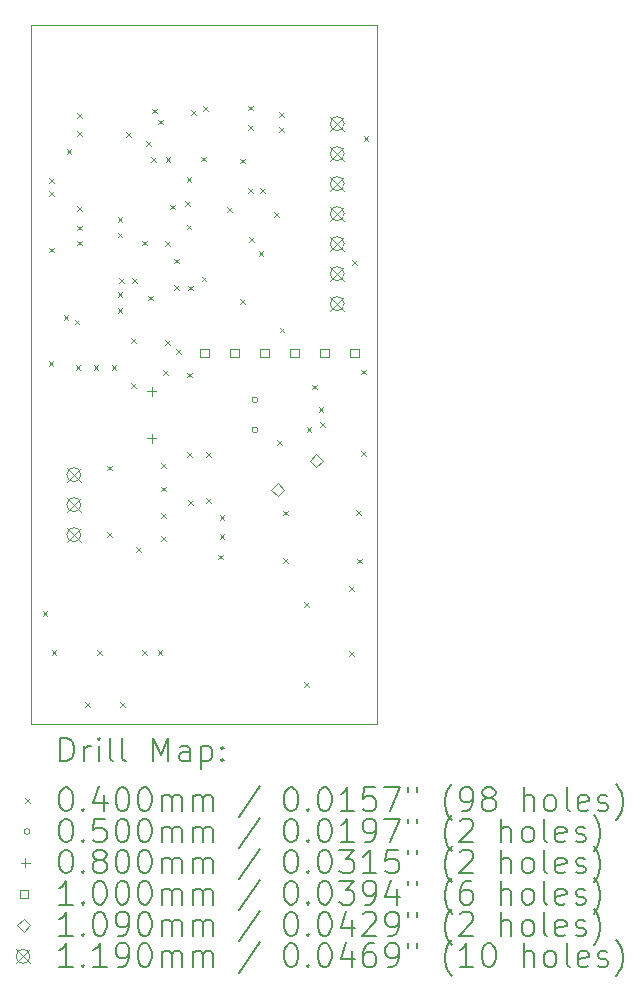
<source format=gbr>
%FSLAX45Y45*%
G04 Gerber Fmt 4.5, Leading zero omitted, Abs format (unit mm)*
G04 Created by KiCad (PCBNEW 6.0.0-d3dd2cf0fa~116~ubuntu18.04.1) date 2023-02-13 16:23:23*
%MOMM*%
%LPD*%
G01*
G04 APERTURE LIST*
%TA.AperFunction,Profile*%
%ADD10C,0.100000*%
%TD*%
%ADD11C,0.200000*%
%ADD12C,0.040000*%
%ADD13C,0.050000*%
%ADD14C,0.080000*%
%ADD15C,0.100000*%
%ADD16C,0.109000*%
%ADD17C,0.119000*%
G04 APERTURE END LIST*
D10*
X12816840Y-7563080D02*
X15753080Y-7563080D01*
X15753080Y-7563080D02*
X15753080Y-13486360D01*
X15753080Y-13486360D02*
X12816840Y-13486360D01*
X12816840Y-13486360D02*
X12816840Y-7563080D01*
D11*
D12*
X12918760Y-12527600D02*
X12958760Y-12567600D01*
X12958760Y-12527600D02*
X12918760Y-12567600D01*
X12969560Y-10413280D02*
X13009560Y-10453280D01*
X13009560Y-10413280D02*
X12969560Y-10453280D01*
X12974640Y-8865605D02*
X13014640Y-8905605D01*
X13014640Y-8865605D02*
X12974640Y-8905605D01*
X12975970Y-8970560D02*
X13015970Y-9010560D01*
X13015970Y-8970560D02*
X12975970Y-9010560D01*
X12975970Y-9451692D02*
X13015970Y-9491692D01*
X13015970Y-9451692D02*
X12975970Y-9491692D01*
X12994960Y-12857800D02*
X13034960Y-12897800D01*
X13034960Y-12857800D02*
X12994960Y-12897800D01*
X13096560Y-10022120D02*
X13136560Y-10062120D01*
X13136560Y-10022120D02*
X13096560Y-10062120D01*
X13121960Y-8614960D02*
X13161960Y-8654960D01*
X13161960Y-8614960D02*
X13121960Y-8654960D01*
X13189085Y-10061007D02*
X13229085Y-10101007D01*
X13229085Y-10061007D02*
X13189085Y-10101007D01*
X13198160Y-10443760D02*
X13238160Y-10483760D01*
X13238160Y-10443760D02*
X13198160Y-10483760D01*
X13210653Y-9264030D02*
X13250653Y-9304030D01*
X13250653Y-9264030D02*
X13210653Y-9304030D01*
X13213400Y-8310160D02*
X13253400Y-8350160D01*
X13253400Y-8310160D02*
X13213400Y-8350160D01*
X13213400Y-8463600D02*
X13253400Y-8503600D01*
X13253400Y-8463600D02*
X13213400Y-8503600D01*
X13213400Y-9102640D02*
X13253400Y-9142640D01*
X13253400Y-9102640D02*
X13213400Y-9142640D01*
X13213400Y-9393240D02*
X13253400Y-9433240D01*
X13253400Y-9393240D02*
X13213400Y-9433240D01*
X13278320Y-13302300D02*
X13318320Y-13342300D01*
X13318320Y-13302300D02*
X13278320Y-13342300D01*
X13350560Y-10443760D02*
X13390560Y-10483760D01*
X13390560Y-10443760D02*
X13350560Y-10483760D01*
X13381040Y-12857800D02*
X13421040Y-12897800D01*
X13421040Y-12857800D02*
X13381040Y-12897800D01*
X13467400Y-11297200D02*
X13507400Y-11337200D01*
X13507400Y-11297200D02*
X13467400Y-11337200D01*
X13467400Y-11861080D02*
X13507400Y-11901080D01*
X13507400Y-11861080D02*
X13467400Y-11901080D01*
X13502960Y-10443760D02*
X13542960Y-10483760D01*
X13542960Y-10443760D02*
X13502960Y-10483760D01*
X13553760Y-9194080D02*
X13593760Y-9234080D01*
X13593760Y-9194080D02*
X13553760Y-9234080D01*
X13553760Y-9323620D02*
X13593760Y-9363620D01*
X13593760Y-9323620D02*
X13553760Y-9363620D01*
X13553760Y-9829080D02*
X13593760Y-9869080D01*
X13593760Y-9829080D02*
X13553760Y-9869080D01*
X13553760Y-9966240D02*
X13593760Y-10006240D01*
X13593760Y-9966240D02*
X13553760Y-10006240D01*
X13569000Y-9707160D02*
X13609000Y-9747160D01*
X13609000Y-9707160D02*
X13569000Y-9747160D01*
X13578040Y-13297220D02*
X13618040Y-13337220D01*
X13618040Y-13297220D02*
X13578040Y-13337220D01*
X13624880Y-8473760D02*
X13664880Y-8513760D01*
X13664880Y-8473760D02*
X13624880Y-8513760D01*
X13670600Y-10220240D02*
X13710600Y-10260240D01*
X13710600Y-10220240D02*
X13670600Y-10260240D01*
X13670600Y-10600020D02*
X13710600Y-10640020D01*
X13710600Y-10600020D02*
X13670600Y-10640020D01*
X13675680Y-9708490D02*
X13715680Y-9748490D01*
X13715680Y-9708490D02*
X13675680Y-9748490D01*
X13711240Y-11989120D02*
X13751240Y-12029120D01*
X13751240Y-11989120D02*
X13711240Y-12029120D01*
X13762040Y-9392793D02*
X13802040Y-9432793D01*
X13802040Y-9392793D02*
X13762040Y-9432793D01*
X13762040Y-12857800D02*
X13802040Y-12897800D01*
X13802040Y-12857800D02*
X13762040Y-12897800D01*
X13792520Y-8549960D02*
X13832520Y-8589960D01*
X13832520Y-8549960D02*
X13792520Y-8589960D01*
X13811510Y-9857649D02*
X13851510Y-9897649D01*
X13851510Y-9857649D02*
X13811510Y-9897649D01*
X13838240Y-8687120D02*
X13878240Y-8727120D01*
X13878240Y-8687120D02*
X13838240Y-8727120D01*
X13843320Y-8275640D02*
X13883320Y-8315640D01*
X13883320Y-8275640D02*
X13843320Y-8315640D01*
X13891580Y-12857800D02*
X13931580Y-12897800D01*
X13931580Y-12857800D02*
X13891580Y-12897800D01*
X13899200Y-8367080D02*
X13939200Y-8407080D01*
X13939200Y-8367080D02*
X13899200Y-8407080D01*
X13919520Y-11276880D02*
X13959520Y-11316880D01*
X13959520Y-11276880D02*
X13919520Y-11316880D01*
X13919520Y-11475000D02*
X13959520Y-11515000D01*
X13959520Y-11475000D02*
X13919520Y-11515000D01*
X13919520Y-11698520D02*
X13959520Y-11738520D01*
X13959520Y-11698520D02*
X13919520Y-11738520D01*
X13919520Y-11891560D02*
X13959520Y-11931560D01*
X13959520Y-11891560D02*
X13919520Y-11931560D01*
X13939840Y-10489480D02*
X13979840Y-10529480D01*
X13979840Y-10489480D02*
X13939840Y-10529480D01*
X13955080Y-10235480D02*
X13995080Y-10275480D01*
X13995080Y-10235480D02*
X13955080Y-10275480D01*
X13958425Y-9394975D02*
X13998425Y-9434975D01*
X13998425Y-9394975D02*
X13958425Y-9434975D01*
X13960492Y-8686788D02*
X14000492Y-8726788D01*
X14000492Y-8686788D02*
X13960492Y-8726788D01*
X13995720Y-9088440D02*
X14035720Y-9128440D01*
X14035720Y-9088440D02*
X13995720Y-9128440D01*
X14031280Y-9545640D02*
X14071280Y-9585640D01*
X14071280Y-9545640D02*
X14031280Y-9585640D01*
X14031280Y-9769160D02*
X14071280Y-9809160D01*
X14071280Y-9769160D02*
X14031280Y-9809160D01*
X14046798Y-10312818D02*
X14086798Y-10352818D01*
X14086798Y-10312818D02*
X14046798Y-10352818D01*
X14127800Y-9056920D02*
X14167800Y-9096920D01*
X14167800Y-9056920D02*
X14127800Y-9096920D01*
X14137452Y-9257410D02*
X14177452Y-9297410D01*
X14177452Y-9257410D02*
X14137452Y-9297410D01*
X14137960Y-8853720D02*
X14177960Y-8893720D01*
X14177960Y-8853720D02*
X14137960Y-8893720D01*
X14143040Y-10509800D02*
X14183040Y-10549800D01*
X14183040Y-10509800D02*
X14143040Y-10549800D01*
X14143040Y-11180360D02*
X14183040Y-11220360D01*
X14183040Y-11180360D02*
X14143040Y-11220360D01*
X14148120Y-11591840D02*
X14188120Y-11631840D01*
X14188120Y-11591840D02*
X14148120Y-11631840D01*
X14153200Y-9774240D02*
X14193200Y-9814240D01*
X14193200Y-9774240D02*
X14153200Y-9814240D01*
X14173520Y-8285800D02*
X14213520Y-8325800D01*
X14213520Y-8285800D02*
X14173520Y-8325800D01*
X14259880Y-8680710D02*
X14299880Y-8720710D01*
X14299880Y-8680710D02*
X14259880Y-8720710D01*
X14264960Y-9698040D02*
X14304960Y-9738040D01*
X14304960Y-9698040D02*
X14264960Y-9738040D01*
X14275120Y-8255320D02*
X14315120Y-8295320D01*
X14315120Y-8255320D02*
X14275120Y-8295320D01*
X14300520Y-11180360D02*
X14340520Y-11220360D01*
X14340520Y-11180360D02*
X14300520Y-11220360D01*
X14305600Y-11571520D02*
X14345600Y-11611520D01*
X14345600Y-11571520D02*
X14305600Y-11611520D01*
X14404050Y-12050080D02*
X14444050Y-12090080D01*
X14444050Y-12050080D02*
X14404050Y-12090080D01*
X14417360Y-11718840D02*
X14457360Y-11758840D01*
X14457360Y-11718840D02*
X14417360Y-11758840D01*
X14417360Y-11876320D02*
X14457360Y-11916320D01*
X14457360Y-11876320D02*
X14417360Y-11916320D01*
X14483400Y-9108760D02*
X14523400Y-9148760D01*
X14523400Y-9108760D02*
X14483400Y-9148760D01*
X14590080Y-8697280D02*
X14630080Y-8737280D01*
X14630080Y-8697280D02*
X14590080Y-8737280D01*
X14590080Y-9886000D02*
X14630080Y-9926000D01*
X14630080Y-9886000D02*
X14590080Y-9926000D01*
X14656120Y-8250240D02*
X14696120Y-8290240D01*
X14696120Y-8250240D02*
X14656120Y-8290240D01*
X14656120Y-8946200D02*
X14696120Y-8986200D01*
X14696120Y-8946200D02*
X14656120Y-8986200D01*
X14661200Y-8412800D02*
X14701200Y-8452800D01*
X14701200Y-8412800D02*
X14661200Y-8452800D01*
X14666280Y-9362760D02*
X14706280Y-9402760D01*
X14706280Y-9362760D02*
X14666280Y-9402760D01*
X14747560Y-9479600D02*
X14787560Y-9519600D01*
X14787560Y-9479600D02*
X14747560Y-9519600D01*
X14757720Y-8946200D02*
X14797720Y-8986200D01*
X14797720Y-8946200D02*
X14757720Y-8986200D01*
X14879640Y-9149400D02*
X14919640Y-9189400D01*
X14919640Y-9149400D02*
X14879640Y-9189400D01*
X14905040Y-11078760D02*
X14945040Y-11118760D01*
X14945040Y-11078760D02*
X14905040Y-11118760D01*
X14920280Y-8306120D02*
X14960280Y-8346120D01*
X14960280Y-8306120D02*
X14920280Y-8346120D01*
X14920280Y-8433120D02*
X14960280Y-8473120D01*
X14960280Y-8433120D02*
X14920280Y-8473120D01*
X14925360Y-10129840D02*
X14965360Y-10169840D01*
X14965360Y-10129840D02*
X14925360Y-10169840D01*
X14955840Y-11679240D02*
X14995840Y-11719240D01*
X14995840Y-11679240D02*
X14955840Y-11719240D01*
X14955840Y-12080560D02*
X14995840Y-12120560D01*
X14995840Y-12080560D02*
X14955840Y-12120560D01*
X15133640Y-12451400D02*
X15173640Y-12491400D01*
X15173640Y-12451400D02*
X15133640Y-12491400D01*
X15133640Y-13132120D02*
X15173640Y-13172120D01*
X15173640Y-13132120D02*
X15133640Y-13172120D01*
X15153960Y-10972080D02*
X15193960Y-11012080D01*
X15193960Y-10972080D02*
X15153960Y-11012080D01*
X15199680Y-10611400D02*
X15239680Y-10651400D01*
X15239680Y-10611400D02*
X15199680Y-10651400D01*
X15255560Y-10804440D02*
X15295560Y-10844440D01*
X15295560Y-10804440D02*
X15255560Y-10844440D01*
X15265720Y-10931440D02*
X15305720Y-10971440D01*
X15305720Y-10931440D02*
X15265720Y-10971440D01*
X15514640Y-12319320D02*
X15554640Y-12359320D01*
X15554640Y-12319320D02*
X15514640Y-12359320D01*
X15514640Y-12867960D02*
X15554640Y-12907960D01*
X15554640Y-12867960D02*
X15514640Y-12907960D01*
X15540040Y-9559840D02*
X15580040Y-9599840D01*
X15580040Y-9559840D02*
X15540040Y-9599840D01*
X15575600Y-11674160D02*
X15615600Y-11714160D01*
X15615600Y-11674160D02*
X15575600Y-11714160D01*
X15580680Y-12085640D02*
X15620680Y-12125640D01*
X15620680Y-12085640D02*
X15580680Y-12125640D01*
X15616240Y-10484400D02*
X15656240Y-10524400D01*
X15656240Y-10484400D02*
X15616240Y-10524400D01*
X15616240Y-11175280D02*
X15656240Y-11215280D01*
X15656240Y-11175280D02*
X15616240Y-11215280D01*
X15636560Y-8509320D02*
X15676560Y-8549320D01*
X15676560Y-8509320D02*
X15636560Y-8549320D01*
D13*
X14741120Y-10740160D02*
G75*
G03*
X14741120Y-10740160I-25000J0D01*
G01*
X14741120Y-10994160D02*
G75*
G03*
X14741120Y-10994160I-25000J0D01*
G01*
D14*
X13841120Y-10627160D02*
X13841120Y-10707160D01*
X13801120Y-10667160D02*
X13881120Y-10667160D01*
X13841120Y-11027160D02*
X13841120Y-11107160D01*
X13801120Y-11067160D02*
X13881120Y-11067160D01*
D15*
X14325396Y-10377196D02*
X14325396Y-10306484D01*
X14254684Y-10306484D01*
X14254684Y-10377196D01*
X14325396Y-10377196D01*
X14579396Y-10377196D02*
X14579396Y-10306484D01*
X14508684Y-10306484D01*
X14508684Y-10377196D01*
X14579396Y-10377196D01*
X14833396Y-10377196D02*
X14833396Y-10306484D01*
X14762684Y-10306484D01*
X14762684Y-10377196D01*
X14833396Y-10377196D01*
X15087396Y-10377196D02*
X15087396Y-10306484D01*
X15016684Y-10306484D01*
X15016684Y-10377196D01*
X15087396Y-10377196D01*
X15341396Y-10377196D02*
X15341396Y-10306484D01*
X15270684Y-10306484D01*
X15270684Y-10377196D01*
X15341396Y-10377196D01*
X15595396Y-10377196D02*
X15595396Y-10306484D01*
X15524684Y-10306484D01*
X15524684Y-10377196D01*
X15595396Y-10377196D01*
D16*
X14909860Y-11555160D02*
X14964360Y-11500660D01*
X14909860Y-11446160D01*
X14855360Y-11500660D01*
X14909860Y-11555160D01*
X15234860Y-11310160D02*
X15289360Y-11255660D01*
X15234860Y-11201160D01*
X15180360Y-11255660D01*
X15234860Y-11310160D01*
D17*
X13123100Y-11313580D02*
X13242100Y-11432580D01*
X13242100Y-11313580D02*
X13123100Y-11432580D01*
X13242100Y-11373080D02*
G75*
G03*
X13242100Y-11373080I-59500J0D01*
G01*
X13123100Y-11567580D02*
X13242100Y-11686580D01*
X13242100Y-11567580D02*
X13123100Y-11686580D01*
X13242100Y-11627080D02*
G75*
G03*
X13242100Y-11627080I-59500J0D01*
G01*
X13123100Y-11821580D02*
X13242100Y-11940580D01*
X13242100Y-11821580D02*
X13123100Y-11940580D01*
X13242100Y-11881080D02*
G75*
G03*
X13242100Y-11881080I-59500J0D01*
G01*
X15353220Y-8341780D02*
X15472220Y-8460780D01*
X15472220Y-8341780D02*
X15353220Y-8460780D01*
X15472220Y-8401280D02*
G75*
G03*
X15472220Y-8401280I-59500J0D01*
G01*
X15353220Y-8595780D02*
X15472220Y-8714780D01*
X15472220Y-8595780D02*
X15353220Y-8714780D01*
X15472220Y-8655280D02*
G75*
G03*
X15472220Y-8655280I-59500J0D01*
G01*
X15353220Y-8849780D02*
X15472220Y-8968780D01*
X15472220Y-8849780D02*
X15353220Y-8968780D01*
X15472220Y-8909280D02*
G75*
G03*
X15472220Y-8909280I-59500J0D01*
G01*
X15353220Y-9103780D02*
X15472220Y-9222780D01*
X15472220Y-9103780D02*
X15353220Y-9222780D01*
X15472220Y-9163280D02*
G75*
G03*
X15472220Y-9163280I-59500J0D01*
G01*
X15353220Y-9357780D02*
X15472220Y-9476780D01*
X15472220Y-9357780D02*
X15353220Y-9476780D01*
X15472220Y-9417280D02*
G75*
G03*
X15472220Y-9417280I-59500J0D01*
G01*
X15353220Y-9611780D02*
X15472220Y-9730780D01*
X15472220Y-9611780D02*
X15353220Y-9730780D01*
X15472220Y-9671280D02*
G75*
G03*
X15472220Y-9671280I-59500J0D01*
G01*
X15353220Y-9865780D02*
X15472220Y-9984780D01*
X15472220Y-9865780D02*
X15353220Y-9984780D01*
X15472220Y-9925280D02*
G75*
G03*
X15472220Y-9925280I-59500J0D01*
G01*
D11*
X13069459Y-13801836D02*
X13069459Y-13601836D01*
X13117078Y-13601836D01*
X13145649Y-13611360D01*
X13164697Y-13630408D01*
X13174221Y-13649455D01*
X13183745Y-13687550D01*
X13183745Y-13716122D01*
X13174221Y-13754217D01*
X13164697Y-13773265D01*
X13145649Y-13792312D01*
X13117078Y-13801836D01*
X13069459Y-13801836D01*
X13269459Y-13801836D02*
X13269459Y-13668503D01*
X13269459Y-13706598D02*
X13278983Y-13687550D01*
X13288507Y-13678027D01*
X13307554Y-13668503D01*
X13326602Y-13668503D01*
X13393268Y-13801836D02*
X13393268Y-13668503D01*
X13393268Y-13601836D02*
X13383745Y-13611360D01*
X13393268Y-13620884D01*
X13402792Y-13611360D01*
X13393268Y-13601836D01*
X13393268Y-13620884D01*
X13517078Y-13801836D02*
X13498030Y-13792312D01*
X13488507Y-13773265D01*
X13488507Y-13601836D01*
X13621840Y-13801836D02*
X13602792Y-13792312D01*
X13593268Y-13773265D01*
X13593268Y-13601836D01*
X13850411Y-13801836D02*
X13850411Y-13601836D01*
X13917078Y-13744693D01*
X13983745Y-13601836D01*
X13983745Y-13801836D01*
X14164697Y-13801836D02*
X14164697Y-13697074D01*
X14155173Y-13678027D01*
X14136126Y-13668503D01*
X14098030Y-13668503D01*
X14078983Y-13678027D01*
X14164697Y-13792312D02*
X14145649Y-13801836D01*
X14098030Y-13801836D01*
X14078983Y-13792312D01*
X14069459Y-13773265D01*
X14069459Y-13754217D01*
X14078983Y-13735169D01*
X14098030Y-13725646D01*
X14145649Y-13725646D01*
X14164697Y-13716122D01*
X14259935Y-13668503D02*
X14259935Y-13868503D01*
X14259935Y-13678027D02*
X14278983Y-13668503D01*
X14317078Y-13668503D01*
X14336126Y-13678027D01*
X14345649Y-13687550D01*
X14355173Y-13706598D01*
X14355173Y-13763741D01*
X14345649Y-13782788D01*
X14336126Y-13792312D01*
X14317078Y-13801836D01*
X14278983Y-13801836D01*
X14259935Y-13792312D01*
X14440888Y-13782788D02*
X14450411Y-13792312D01*
X14440888Y-13801836D01*
X14431364Y-13792312D01*
X14440888Y-13782788D01*
X14440888Y-13801836D01*
X14440888Y-13678027D02*
X14450411Y-13687550D01*
X14440888Y-13697074D01*
X14431364Y-13687550D01*
X14440888Y-13678027D01*
X14440888Y-13697074D01*
D12*
X12771840Y-14111360D02*
X12811840Y-14151360D01*
X12811840Y-14111360D02*
X12771840Y-14151360D01*
D11*
X13107554Y-14021836D02*
X13126602Y-14021836D01*
X13145649Y-14031360D01*
X13155173Y-14040884D01*
X13164697Y-14059931D01*
X13174221Y-14098027D01*
X13174221Y-14145646D01*
X13164697Y-14183741D01*
X13155173Y-14202788D01*
X13145649Y-14212312D01*
X13126602Y-14221836D01*
X13107554Y-14221836D01*
X13088507Y-14212312D01*
X13078983Y-14202788D01*
X13069459Y-14183741D01*
X13059935Y-14145646D01*
X13059935Y-14098027D01*
X13069459Y-14059931D01*
X13078983Y-14040884D01*
X13088507Y-14031360D01*
X13107554Y-14021836D01*
X13259935Y-14202788D02*
X13269459Y-14212312D01*
X13259935Y-14221836D01*
X13250411Y-14212312D01*
X13259935Y-14202788D01*
X13259935Y-14221836D01*
X13440888Y-14088503D02*
X13440888Y-14221836D01*
X13393268Y-14012312D02*
X13345649Y-14155169D01*
X13469459Y-14155169D01*
X13583745Y-14021836D02*
X13602792Y-14021836D01*
X13621840Y-14031360D01*
X13631364Y-14040884D01*
X13640888Y-14059931D01*
X13650411Y-14098027D01*
X13650411Y-14145646D01*
X13640888Y-14183741D01*
X13631364Y-14202788D01*
X13621840Y-14212312D01*
X13602792Y-14221836D01*
X13583745Y-14221836D01*
X13564697Y-14212312D01*
X13555173Y-14202788D01*
X13545649Y-14183741D01*
X13536126Y-14145646D01*
X13536126Y-14098027D01*
X13545649Y-14059931D01*
X13555173Y-14040884D01*
X13564697Y-14031360D01*
X13583745Y-14021836D01*
X13774221Y-14021836D02*
X13793268Y-14021836D01*
X13812316Y-14031360D01*
X13821840Y-14040884D01*
X13831364Y-14059931D01*
X13840888Y-14098027D01*
X13840888Y-14145646D01*
X13831364Y-14183741D01*
X13821840Y-14202788D01*
X13812316Y-14212312D01*
X13793268Y-14221836D01*
X13774221Y-14221836D01*
X13755173Y-14212312D01*
X13745649Y-14202788D01*
X13736126Y-14183741D01*
X13726602Y-14145646D01*
X13726602Y-14098027D01*
X13736126Y-14059931D01*
X13745649Y-14040884D01*
X13755173Y-14031360D01*
X13774221Y-14021836D01*
X13926602Y-14221836D02*
X13926602Y-14088503D01*
X13926602Y-14107550D02*
X13936126Y-14098027D01*
X13955173Y-14088503D01*
X13983745Y-14088503D01*
X14002792Y-14098027D01*
X14012316Y-14117074D01*
X14012316Y-14221836D01*
X14012316Y-14117074D02*
X14021840Y-14098027D01*
X14040888Y-14088503D01*
X14069459Y-14088503D01*
X14088507Y-14098027D01*
X14098030Y-14117074D01*
X14098030Y-14221836D01*
X14193268Y-14221836D02*
X14193268Y-14088503D01*
X14193268Y-14107550D02*
X14202792Y-14098027D01*
X14221840Y-14088503D01*
X14250411Y-14088503D01*
X14269459Y-14098027D01*
X14278983Y-14117074D01*
X14278983Y-14221836D01*
X14278983Y-14117074D02*
X14288507Y-14098027D01*
X14307554Y-14088503D01*
X14336126Y-14088503D01*
X14355173Y-14098027D01*
X14364697Y-14117074D01*
X14364697Y-14221836D01*
X14755173Y-14012312D02*
X14583745Y-14269455D01*
X15012316Y-14021836D02*
X15031364Y-14021836D01*
X15050411Y-14031360D01*
X15059935Y-14040884D01*
X15069459Y-14059931D01*
X15078983Y-14098027D01*
X15078983Y-14145646D01*
X15069459Y-14183741D01*
X15059935Y-14202788D01*
X15050411Y-14212312D01*
X15031364Y-14221836D01*
X15012316Y-14221836D01*
X14993268Y-14212312D01*
X14983745Y-14202788D01*
X14974221Y-14183741D01*
X14964697Y-14145646D01*
X14964697Y-14098027D01*
X14974221Y-14059931D01*
X14983745Y-14040884D01*
X14993268Y-14031360D01*
X15012316Y-14021836D01*
X15164697Y-14202788D02*
X15174221Y-14212312D01*
X15164697Y-14221836D01*
X15155173Y-14212312D01*
X15164697Y-14202788D01*
X15164697Y-14221836D01*
X15298030Y-14021836D02*
X15317078Y-14021836D01*
X15336126Y-14031360D01*
X15345649Y-14040884D01*
X15355173Y-14059931D01*
X15364697Y-14098027D01*
X15364697Y-14145646D01*
X15355173Y-14183741D01*
X15345649Y-14202788D01*
X15336126Y-14212312D01*
X15317078Y-14221836D01*
X15298030Y-14221836D01*
X15278983Y-14212312D01*
X15269459Y-14202788D01*
X15259935Y-14183741D01*
X15250411Y-14145646D01*
X15250411Y-14098027D01*
X15259935Y-14059931D01*
X15269459Y-14040884D01*
X15278983Y-14031360D01*
X15298030Y-14021836D01*
X15555173Y-14221836D02*
X15440888Y-14221836D01*
X15498030Y-14221836D02*
X15498030Y-14021836D01*
X15478983Y-14050408D01*
X15459935Y-14069455D01*
X15440888Y-14078979D01*
X15736126Y-14021836D02*
X15640888Y-14021836D01*
X15631364Y-14117074D01*
X15640888Y-14107550D01*
X15659935Y-14098027D01*
X15707554Y-14098027D01*
X15726602Y-14107550D01*
X15736126Y-14117074D01*
X15745649Y-14136122D01*
X15745649Y-14183741D01*
X15736126Y-14202788D01*
X15726602Y-14212312D01*
X15707554Y-14221836D01*
X15659935Y-14221836D01*
X15640888Y-14212312D01*
X15631364Y-14202788D01*
X15812316Y-14021836D02*
X15945649Y-14021836D01*
X15859935Y-14221836D01*
X16012316Y-14021836D02*
X16012316Y-14059931D01*
X16088507Y-14021836D02*
X16088507Y-14059931D01*
X16383745Y-14298027D02*
X16374221Y-14288503D01*
X16355173Y-14259931D01*
X16345649Y-14240884D01*
X16336126Y-14212312D01*
X16326602Y-14164693D01*
X16326602Y-14126598D01*
X16336126Y-14078979D01*
X16345649Y-14050408D01*
X16355173Y-14031360D01*
X16374221Y-14002788D01*
X16383745Y-13993265D01*
X16469459Y-14221836D02*
X16507554Y-14221836D01*
X16526602Y-14212312D01*
X16536126Y-14202788D01*
X16555173Y-14174217D01*
X16564697Y-14136122D01*
X16564697Y-14059931D01*
X16555173Y-14040884D01*
X16545649Y-14031360D01*
X16526602Y-14021836D01*
X16488507Y-14021836D01*
X16469459Y-14031360D01*
X16459935Y-14040884D01*
X16450411Y-14059931D01*
X16450411Y-14107550D01*
X16459935Y-14126598D01*
X16469459Y-14136122D01*
X16488507Y-14145646D01*
X16526602Y-14145646D01*
X16545649Y-14136122D01*
X16555173Y-14126598D01*
X16564697Y-14107550D01*
X16678983Y-14107550D02*
X16659935Y-14098027D01*
X16650411Y-14088503D01*
X16640888Y-14069455D01*
X16640888Y-14059931D01*
X16650411Y-14040884D01*
X16659935Y-14031360D01*
X16678983Y-14021836D01*
X16717078Y-14021836D01*
X16736126Y-14031360D01*
X16745649Y-14040884D01*
X16755173Y-14059931D01*
X16755173Y-14069455D01*
X16745649Y-14088503D01*
X16736126Y-14098027D01*
X16717078Y-14107550D01*
X16678983Y-14107550D01*
X16659935Y-14117074D01*
X16650411Y-14126598D01*
X16640888Y-14145646D01*
X16640888Y-14183741D01*
X16650411Y-14202788D01*
X16659935Y-14212312D01*
X16678983Y-14221836D01*
X16717078Y-14221836D01*
X16736126Y-14212312D01*
X16745649Y-14202788D01*
X16755173Y-14183741D01*
X16755173Y-14145646D01*
X16745649Y-14126598D01*
X16736126Y-14117074D01*
X16717078Y-14107550D01*
X16993269Y-14221836D02*
X16993269Y-14021836D01*
X17078983Y-14221836D02*
X17078983Y-14117074D01*
X17069459Y-14098027D01*
X17050411Y-14088503D01*
X17021840Y-14088503D01*
X17002792Y-14098027D01*
X16993269Y-14107550D01*
X17202792Y-14221836D02*
X17183745Y-14212312D01*
X17174221Y-14202788D01*
X17164697Y-14183741D01*
X17164697Y-14126598D01*
X17174221Y-14107550D01*
X17183745Y-14098027D01*
X17202792Y-14088503D01*
X17231364Y-14088503D01*
X17250411Y-14098027D01*
X17259935Y-14107550D01*
X17269459Y-14126598D01*
X17269459Y-14183741D01*
X17259935Y-14202788D01*
X17250411Y-14212312D01*
X17231364Y-14221836D01*
X17202792Y-14221836D01*
X17383745Y-14221836D02*
X17364697Y-14212312D01*
X17355173Y-14193265D01*
X17355173Y-14021836D01*
X17536126Y-14212312D02*
X17517078Y-14221836D01*
X17478983Y-14221836D01*
X17459935Y-14212312D01*
X17450411Y-14193265D01*
X17450411Y-14117074D01*
X17459935Y-14098027D01*
X17478983Y-14088503D01*
X17517078Y-14088503D01*
X17536126Y-14098027D01*
X17545650Y-14117074D01*
X17545650Y-14136122D01*
X17450411Y-14155169D01*
X17621840Y-14212312D02*
X17640888Y-14221836D01*
X17678983Y-14221836D01*
X17698030Y-14212312D01*
X17707554Y-14193265D01*
X17707554Y-14183741D01*
X17698030Y-14164693D01*
X17678983Y-14155169D01*
X17650411Y-14155169D01*
X17631364Y-14145646D01*
X17621840Y-14126598D01*
X17621840Y-14117074D01*
X17631364Y-14098027D01*
X17650411Y-14088503D01*
X17678983Y-14088503D01*
X17698030Y-14098027D01*
X17774221Y-14298027D02*
X17783745Y-14288503D01*
X17802792Y-14259931D01*
X17812316Y-14240884D01*
X17821840Y-14212312D01*
X17831364Y-14164693D01*
X17831364Y-14126598D01*
X17821840Y-14078979D01*
X17812316Y-14050408D01*
X17802792Y-14031360D01*
X17783745Y-14002788D01*
X17774221Y-13993265D01*
D13*
X12811840Y-14395360D02*
G75*
G03*
X12811840Y-14395360I-25000J0D01*
G01*
D11*
X13107554Y-14285836D02*
X13126602Y-14285836D01*
X13145649Y-14295360D01*
X13155173Y-14304884D01*
X13164697Y-14323931D01*
X13174221Y-14362027D01*
X13174221Y-14409646D01*
X13164697Y-14447741D01*
X13155173Y-14466788D01*
X13145649Y-14476312D01*
X13126602Y-14485836D01*
X13107554Y-14485836D01*
X13088507Y-14476312D01*
X13078983Y-14466788D01*
X13069459Y-14447741D01*
X13059935Y-14409646D01*
X13059935Y-14362027D01*
X13069459Y-14323931D01*
X13078983Y-14304884D01*
X13088507Y-14295360D01*
X13107554Y-14285836D01*
X13259935Y-14466788D02*
X13269459Y-14476312D01*
X13259935Y-14485836D01*
X13250411Y-14476312D01*
X13259935Y-14466788D01*
X13259935Y-14485836D01*
X13450411Y-14285836D02*
X13355173Y-14285836D01*
X13345649Y-14381074D01*
X13355173Y-14371550D01*
X13374221Y-14362027D01*
X13421840Y-14362027D01*
X13440888Y-14371550D01*
X13450411Y-14381074D01*
X13459935Y-14400122D01*
X13459935Y-14447741D01*
X13450411Y-14466788D01*
X13440888Y-14476312D01*
X13421840Y-14485836D01*
X13374221Y-14485836D01*
X13355173Y-14476312D01*
X13345649Y-14466788D01*
X13583745Y-14285836D02*
X13602792Y-14285836D01*
X13621840Y-14295360D01*
X13631364Y-14304884D01*
X13640888Y-14323931D01*
X13650411Y-14362027D01*
X13650411Y-14409646D01*
X13640888Y-14447741D01*
X13631364Y-14466788D01*
X13621840Y-14476312D01*
X13602792Y-14485836D01*
X13583745Y-14485836D01*
X13564697Y-14476312D01*
X13555173Y-14466788D01*
X13545649Y-14447741D01*
X13536126Y-14409646D01*
X13536126Y-14362027D01*
X13545649Y-14323931D01*
X13555173Y-14304884D01*
X13564697Y-14295360D01*
X13583745Y-14285836D01*
X13774221Y-14285836D02*
X13793268Y-14285836D01*
X13812316Y-14295360D01*
X13821840Y-14304884D01*
X13831364Y-14323931D01*
X13840888Y-14362027D01*
X13840888Y-14409646D01*
X13831364Y-14447741D01*
X13821840Y-14466788D01*
X13812316Y-14476312D01*
X13793268Y-14485836D01*
X13774221Y-14485836D01*
X13755173Y-14476312D01*
X13745649Y-14466788D01*
X13736126Y-14447741D01*
X13726602Y-14409646D01*
X13726602Y-14362027D01*
X13736126Y-14323931D01*
X13745649Y-14304884D01*
X13755173Y-14295360D01*
X13774221Y-14285836D01*
X13926602Y-14485836D02*
X13926602Y-14352503D01*
X13926602Y-14371550D02*
X13936126Y-14362027D01*
X13955173Y-14352503D01*
X13983745Y-14352503D01*
X14002792Y-14362027D01*
X14012316Y-14381074D01*
X14012316Y-14485836D01*
X14012316Y-14381074D02*
X14021840Y-14362027D01*
X14040888Y-14352503D01*
X14069459Y-14352503D01*
X14088507Y-14362027D01*
X14098030Y-14381074D01*
X14098030Y-14485836D01*
X14193268Y-14485836D02*
X14193268Y-14352503D01*
X14193268Y-14371550D02*
X14202792Y-14362027D01*
X14221840Y-14352503D01*
X14250411Y-14352503D01*
X14269459Y-14362027D01*
X14278983Y-14381074D01*
X14278983Y-14485836D01*
X14278983Y-14381074D02*
X14288507Y-14362027D01*
X14307554Y-14352503D01*
X14336126Y-14352503D01*
X14355173Y-14362027D01*
X14364697Y-14381074D01*
X14364697Y-14485836D01*
X14755173Y-14276312D02*
X14583745Y-14533455D01*
X15012316Y-14285836D02*
X15031364Y-14285836D01*
X15050411Y-14295360D01*
X15059935Y-14304884D01*
X15069459Y-14323931D01*
X15078983Y-14362027D01*
X15078983Y-14409646D01*
X15069459Y-14447741D01*
X15059935Y-14466788D01*
X15050411Y-14476312D01*
X15031364Y-14485836D01*
X15012316Y-14485836D01*
X14993268Y-14476312D01*
X14983745Y-14466788D01*
X14974221Y-14447741D01*
X14964697Y-14409646D01*
X14964697Y-14362027D01*
X14974221Y-14323931D01*
X14983745Y-14304884D01*
X14993268Y-14295360D01*
X15012316Y-14285836D01*
X15164697Y-14466788D02*
X15174221Y-14476312D01*
X15164697Y-14485836D01*
X15155173Y-14476312D01*
X15164697Y-14466788D01*
X15164697Y-14485836D01*
X15298030Y-14285836D02*
X15317078Y-14285836D01*
X15336126Y-14295360D01*
X15345649Y-14304884D01*
X15355173Y-14323931D01*
X15364697Y-14362027D01*
X15364697Y-14409646D01*
X15355173Y-14447741D01*
X15345649Y-14466788D01*
X15336126Y-14476312D01*
X15317078Y-14485836D01*
X15298030Y-14485836D01*
X15278983Y-14476312D01*
X15269459Y-14466788D01*
X15259935Y-14447741D01*
X15250411Y-14409646D01*
X15250411Y-14362027D01*
X15259935Y-14323931D01*
X15269459Y-14304884D01*
X15278983Y-14295360D01*
X15298030Y-14285836D01*
X15555173Y-14485836D02*
X15440888Y-14485836D01*
X15498030Y-14485836D02*
X15498030Y-14285836D01*
X15478983Y-14314408D01*
X15459935Y-14333455D01*
X15440888Y-14342979D01*
X15650411Y-14485836D02*
X15688507Y-14485836D01*
X15707554Y-14476312D01*
X15717078Y-14466788D01*
X15736126Y-14438217D01*
X15745649Y-14400122D01*
X15745649Y-14323931D01*
X15736126Y-14304884D01*
X15726602Y-14295360D01*
X15707554Y-14285836D01*
X15669459Y-14285836D01*
X15650411Y-14295360D01*
X15640888Y-14304884D01*
X15631364Y-14323931D01*
X15631364Y-14371550D01*
X15640888Y-14390598D01*
X15650411Y-14400122D01*
X15669459Y-14409646D01*
X15707554Y-14409646D01*
X15726602Y-14400122D01*
X15736126Y-14390598D01*
X15745649Y-14371550D01*
X15812316Y-14285836D02*
X15945649Y-14285836D01*
X15859935Y-14485836D01*
X16012316Y-14285836D02*
X16012316Y-14323931D01*
X16088507Y-14285836D02*
X16088507Y-14323931D01*
X16383745Y-14562027D02*
X16374221Y-14552503D01*
X16355173Y-14523931D01*
X16345649Y-14504884D01*
X16336126Y-14476312D01*
X16326602Y-14428693D01*
X16326602Y-14390598D01*
X16336126Y-14342979D01*
X16345649Y-14314408D01*
X16355173Y-14295360D01*
X16374221Y-14266788D01*
X16383745Y-14257265D01*
X16450411Y-14304884D02*
X16459935Y-14295360D01*
X16478983Y-14285836D01*
X16526602Y-14285836D01*
X16545649Y-14295360D01*
X16555173Y-14304884D01*
X16564697Y-14323931D01*
X16564697Y-14342979D01*
X16555173Y-14371550D01*
X16440888Y-14485836D01*
X16564697Y-14485836D01*
X16802792Y-14485836D02*
X16802792Y-14285836D01*
X16888507Y-14485836D02*
X16888507Y-14381074D01*
X16878983Y-14362027D01*
X16859935Y-14352503D01*
X16831364Y-14352503D01*
X16812316Y-14362027D01*
X16802792Y-14371550D01*
X17012316Y-14485836D02*
X16993269Y-14476312D01*
X16983745Y-14466788D01*
X16974221Y-14447741D01*
X16974221Y-14390598D01*
X16983745Y-14371550D01*
X16993269Y-14362027D01*
X17012316Y-14352503D01*
X17040888Y-14352503D01*
X17059935Y-14362027D01*
X17069459Y-14371550D01*
X17078983Y-14390598D01*
X17078983Y-14447741D01*
X17069459Y-14466788D01*
X17059935Y-14476312D01*
X17040888Y-14485836D01*
X17012316Y-14485836D01*
X17193269Y-14485836D02*
X17174221Y-14476312D01*
X17164697Y-14457265D01*
X17164697Y-14285836D01*
X17345650Y-14476312D02*
X17326602Y-14485836D01*
X17288507Y-14485836D01*
X17269459Y-14476312D01*
X17259935Y-14457265D01*
X17259935Y-14381074D01*
X17269459Y-14362027D01*
X17288507Y-14352503D01*
X17326602Y-14352503D01*
X17345650Y-14362027D01*
X17355173Y-14381074D01*
X17355173Y-14400122D01*
X17259935Y-14419169D01*
X17431364Y-14476312D02*
X17450411Y-14485836D01*
X17488507Y-14485836D01*
X17507554Y-14476312D01*
X17517078Y-14457265D01*
X17517078Y-14447741D01*
X17507554Y-14428693D01*
X17488507Y-14419169D01*
X17459935Y-14419169D01*
X17440888Y-14409646D01*
X17431364Y-14390598D01*
X17431364Y-14381074D01*
X17440888Y-14362027D01*
X17459935Y-14352503D01*
X17488507Y-14352503D01*
X17507554Y-14362027D01*
X17583745Y-14562027D02*
X17593269Y-14552503D01*
X17612316Y-14523931D01*
X17621840Y-14504884D01*
X17631364Y-14476312D01*
X17640888Y-14428693D01*
X17640888Y-14390598D01*
X17631364Y-14342979D01*
X17621840Y-14314408D01*
X17612316Y-14295360D01*
X17593269Y-14266788D01*
X17583745Y-14257265D01*
D14*
X12771840Y-14619360D02*
X12771840Y-14699360D01*
X12731840Y-14659360D02*
X12811840Y-14659360D01*
D11*
X13107554Y-14549836D02*
X13126602Y-14549836D01*
X13145649Y-14559360D01*
X13155173Y-14568884D01*
X13164697Y-14587931D01*
X13174221Y-14626027D01*
X13174221Y-14673646D01*
X13164697Y-14711741D01*
X13155173Y-14730788D01*
X13145649Y-14740312D01*
X13126602Y-14749836D01*
X13107554Y-14749836D01*
X13088507Y-14740312D01*
X13078983Y-14730788D01*
X13069459Y-14711741D01*
X13059935Y-14673646D01*
X13059935Y-14626027D01*
X13069459Y-14587931D01*
X13078983Y-14568884D01*
X13088507Y-14559360D01*
X13107554Y-14549836D01*
X13259935Y-14730788D02*
X13269459Y-14740312D01*
X13259935Y-14749836D01*
X13250411Y-14740312D01*
X13259935Y-14730788D01*
X13259935Y-14749836D01*
X13383745Y-14635550D02*
X13364697Y-14626027D01*
X13355173Y-14616503D01*
X13345649Y-14597455D01*
X13345649Y-14587931D01*
X13355173Y-14568884D01*
X13364697Y-14559360D01*
X13383745Y-14549836D01*
X13421840Y-14549836D01*
X13440888Y-14559360D01*
X13450411Y-14568884D01*
X13459935Y-14587931D01*
X13459935Y-14597455D01*
X13450411Y-14616503D01*
X13440888Y-14626027D01*
X13421840Y-14635550D01*
X13383745Y-14635550D01*
X13364697Y-14645074D01*
X13355173Y-14654598D01*
X13345649Y-14673646D01*
X13345649Y-14711741D01*
X13355173Y-14730788D01*
X13364697Y-14740312D01*
X13383745Y-14749836D01*
X13421840Y-14749836D01*
X13440888Y-14740312D01*
X13450411Y-14730788D01*
X13459935Y-14711741D01*
X13459935Y-14673646D01*
X13450411Y-14654598D01*
X13440888Y-14645074D01*
X13421840Y-14635550D01*
X13583745Y-14549836D02*
X13602792Y-14549836D01*
X13621840Y-14559360D01*
X13631364Y-14568884D01*
X13640888Y-14587931D01*
X13650411Y-14626027D01*
X13650411Y-14673646D01*
X13640888Y-14711741D01*
X13631364Y-14730788D01*
X13621840Y-14740312D01*
X13602792Y-14749836D01*
X13583745Y-14749836D01*
X13564697Y-14740312D01*
X13555173Y-14730788D01*
X13545649Y-14711741D01*
X13536126Y-14673646D01*
X13536126Y-14626027D01*
X13545649Y-14587931D01*
X13555173Y-14568884D01*
X13564697Y-14559360D01*
X13583745Y-14549836D01*
X13774221Y-14549836D02*
X13793268Y-14549836D01*
X13812316Y-14559360D01*
X13821840Y-14568884D01*
X13831364Y-14587931D01*
X13840888Y-14626027D01*
X13840888Y-14673646D01*
X13831364Y-14711741D01*
X13821840Y-14730788D01*
X13812316Y-14740312D01*
X13793268Y-14749836D01*
X13774221Y-14749836D01*
X13755173Y-14740312D01*
X13745649Y-14730788D01*
X13736126Y-14711741D01*
X13726602Y-14673646D01*
X13726602Y-14626027D01*
X13736126Y-14587931D01*
X13745649Y-14568884D01*
X13755173Y-14559360D01*
X13774221Y-14549836D01*
X13926602Y-14749836D02*
X13926602Y-14616503D01*
X13926602Y-14635550D02*
X13936126Y-14626027D01*
X13955173Y-14616503D01*
X13983745Y-14616503D01*
X14002792Y-14626027D01*
X14012316Y-14645074D01*
X14012316Y-14749836D01*
X14012316Y-14645074D02*
X14021840Y-14626027D01*
X14040888Y-14616503D01*
X14069459Y-14616503D01*
X14088507Y-14626027D01*
X14098030Y-14645074D01*
X14098030Y-14749836D01*
X14193268Y-14749836D02*
X14193268Y-14616503D01*
X14193268Y-14635550D02*
X14202792Y-14626027D01*
X14221840Y-14616503D01*
X14250411Y-14616503D01*
X14269459Y-14626027D01*
X14278983Y-14645074D01*
X14278983Y-14749836D01*
X14278983Y-14645074D02*
X14288507Y-14626027D01*
X14307554Y-14616503D01*
X14336126Y-14616503D01*
X14355173Y-14626027D01*
X14364697Y-14645074D01*
X14364697Y-14749836D01*
X14755173Y-14540312D02*
X14583745Y-14797455D01*
X15012316Y-14549836D02*
X15031364Y-14549836D01*
X15050411Y-14559360D01*
X15059935Y-14568884D01*
X15069459Y-14587931D01*
X15078983Y-14626027D01*
X15078983Y-14673646D01*
X15069459Y-14711741D01*
X15059935Y-14730788D01*
X15050411Y-14740312D01*
X15031364Y-14749836D01*
X15012316Y-14749836D01*
X14993268Y-14740312D01*
X14983745Y-14730788D01*
X14974221Y-14711741D01*
X14964697Y-14673646D01*
X14964697Y-14626027D01*
X14974221Y-14587931D01*
X14983745Y-14568884D01*
X14993268Y-14559360D01*
X15012316Y-14549836D01*
X15164697Y-14730788D02*
X15174221Y-14740312D01*
X15164697Y-14749836D01*
X15155173Y-14740312D01*
X15164697Y-14730788D01*
X15164697Y-14749836D01*
X15298030Y-14549836D02*
X15317078Y-14549836D01*
X15336126Y-14559360D01*
X15345649Y-14568884D01*
X15355173Y-14587931D01*
X15364697Y-14626027D01*
X15364697Y-14673646D01*
X15355173Y-14711741D01*
X15345649Y-14730788D01*
X15336126Y-14740312D01*
X15317078Y-14749836D01*
X15298030Y-14749836D01*
X15278983Y-14740312D01*
X15269459Y-14730788D01*
X15259935Y-14711741D01*
X15250411Y-14673646D01*
X15250411Y-14626027D01*
X15259935Y-14587931D01*
X15269459Y-14568884D01*
X15278983Y-14559360D01*
X15298030Y-14549836D01*
X15431364Y-14549836D02*
X15555173Y-14549836D01*
X15488507Y-14626027D01*
X15517078Y-14626027D01*
X15536126Y-14635550D01*
X15545649Y-14645074D01*
X15555173Y-14664122D01*
X15555173Y-14711741D01*
X15545649Y-14730788D01*
X15536126Y-14740312D01*
X15517078Y-14749836D01*
X15459935Y-14749836D01*
X15440888Y-14740312D01*
X15431364Y-14730788D01*
X15745649Y-14749836D02*
X15631364Y-14749836D01*
X15688507Y-14749836D02*
X15688507Y-14549836D01*
X15669459Y-14578408D01*
X15650411Y-14597455D01*
X15631364Y-14606979D01*
X15926602Y-14549836D02*
X15831364Y-14549836D01*
X15821840Y-14645074D01*
X15831364Y-14635550D01*
X15850411Y-14626027D01*
X15898030Y-14626027D01*
X15917078Y-14635550D01*
X15926602Y-14645074D01*
X15936126Y-14664122D01*
X15936126Y-14711741D01*
X15926602Y-14730788D01*
X15917078Y-14740312D01*
X15898030Y-14749836D01*
X15850411Y-14749836D01*
X15831364Y-14740312D01*
X15821840Y-14730788D01*
X16012316Y-14549836D02*
X16012316Y-14587931D01*
X16088507Y-14549836D02*
X16088507Y-14587931D01*
X16383745Y-14826027D02*
X16374221Y-14816503D01*
X16355173Y-14787931D01*
X16345649Y-14768884D01*
X16336126Y-14740312D01*
X16326602Y-14692693D01*
X16326602Y-14654598D01*
X16336126Y-14606979D01*
X16345649Y-14578408D01*
X16355173Y-14559360D01*
X16374221Y-14530788D01*
X16383745Y-14521265D01*
X16450411Y-14568884D02*
X16459935Y-14559360D01*
X16478983Y-14549836D01*
X16526602Y-14549836D01*
X16545649Y-14559360D01*
X16555173Y-14568884D01*
X16564697Y-14587931D01*
X16564697Y-14606979D01*
X16555173Y-14635550D01*
X16440888Y-14749836D01*
X16564697Y-14749836D01*
X16802792Y-14749836D02*
X16802792Y-14549836D01*
X16888507Y-14749836D02*
X16888507Y-14645074D01*
X16878983Y-14626027D01*
X16859935Y-14616503D01*
X16831364Y-14616503D01*
X16812316Y-14626027D01*
X16802792Y-14635550D01*
X17012316Y-14749836D02*
X16993269Y-14740312D01*
X16983745Y-14730788D01*
X16974221Y-14711741D01*
X16974221Y-14654598D01*
X16983745Y-14635550D01*
X16993269Y-14626027D01*
X17012316Y-14616503D01*
X17040888Y-14616503D01*
X17059935Y-14626027D01*
X17069459Y-14635550D01*
X17078983Y-14654598D01*
X17078983Y-14711741D01*
X17069459Y-14730788D01*
X17059935Y-14740312D01*
X17040888Y-14749836D01*
X17012316Y-14749836D01*
X17193269Y-14749836D02*
X17174221Y-14740312D01*
X17164697Y-14721265D01*
X17164697Y-14549836D01*
X17345650Y-14740312D02*
X17326602Y-14749836D01*
X17288507Y-14749836D01*
X17269459Y-14740312D01*
X17259935Y-14721265D01*
X17259935Y-14645074D01*
X17269459Y-14626027D01*
X17288507Y-14616503D01*
X17326602Y-14616503D01*
X17345650Y-14626027D01*
X17355173Y-14645074D01*
X17355173Y-14664122D01*
X17259935Y-14683169D01*
X17431364Y-14740312D02*
X17450411Y-14749836D01*
X17488507Y-14749836D01*
X17507554Y-14740312D01*
X17517078Y-14721265D01*
X17517078Y-14711741D01*
X17507554Y-14692693D01*
X17488507Y-14683169D01*
X17459935Y-14683169D01*
X17440888Y-14673646D01*
X17431364Y-14654598D01*
X17431364Y-14645074D01*
X17440888Y-14626027D01*
X17459935Y-14616503D01*
X17488507Y-14616503D01*
X17507554Y-14626027D01*
X17583745Y-14826027D02*
X17593269Y-14816503D01*
X17612316Y-14787931D01*
X17621840Y-14768884D01*
X17631364Y-14740312D01*
X17640888Y-14692693D01*
X17640888Y-14654598D01*
X17631364Y-14606979D01*
X17621840Y-14578408D01*
X17612316Y-14559360D01*
X17593269Y-14530788D01*
X17583745Y-14521265D01*
D15*
X12797196Y-14958716D02*
X12797196Y-14888004D01*
X12726484Y-14888004D01*
X12726484Y-14958716D01*
X12797196Y-14958716D01*
D11*
X13174221Y-15013836D02*
X13059935Y-15013836D01*
X13117078Y-15013836D02*
X13117078Y-14813836D01*
X13098030Y-14842408D01*
X13078983Y-14861455D01*
X13059935Y-14870979D01*
X13259935Y-14994788D02*
X13269459Y-15004312D01*
X13259935Y-15013836D01*
X13250411Y-15004312D01*
X13259935Y-14994788D01*
X13259935Y-15013836D01*
X13393268Y-14813836D02*
X13412316Y-14813836D01*
X13431364Y-14823360D01*
X13440888Y-14832884D01*
X13450411Y-14851931D01*
X13459935Y-14890027D01*
X13459935Y-14937646D01*
X13450411Y-14975741D01*
X13440888Y-14994788D01*
X13431364Y-15004312D01*
X13412316Y-15013836D01*
X13393268Y-15013836D01*
X13374221Y-15004312D01*
X13364697Y-14994788D01*
X13355173Y-14975741D01*
X13345649Y-14937646D01*
X13345649Y-14890027D01*
X13355173Y-14851931D01*
X13364697Y-14832884D01*
X13374221Y-14823360D01*
X13393268Y-14813836D01*
X13583745Y-14813836D02*
X13602792Y-14813836D01*
X13621840Y-14823360D01*
X13631364Y-14832884D01*
X13640888Y-14851931D01*
X13650411Y-14890027D01*
X13650411Y-14937646D01*
X13640888Y-14975741D01*
X13631364Y-14994788D01*
X13621840Y-15004312D01*
X13602792Y-15013836D01*
X13583745Y-15013836D01*
X13564697Y-15004312D01*
X13555173Y-14994788D01*
X13545649Y-14975741D01*
X13536126Y-14937646D01*
X13536126Y-14890027D01*
X13545649Y-14851931D01*
X13555173Y-14832884D01*
X13564697Y-14823360D01*
X13583745Y-14813836D01*
X13774221Y-14813836D02*
X13793268Y-14813836D01*
X13812316Y-14823360D01*
X13821840Y-14832884D01*
X13831364Y-14851931D01*
X13840888Y-14890027D01*
X13840888Y-14937646D01*
X13831364Y-14975741D01*
X13821840Y-14994788D01*
X13812316Y-15004312D01*
X13793268Y-15013836D01*
X13774221Y-15013836D01*
X13755173Y-15004312D01*
X13745649Y-14994788D01*
X13736126Y-14975741D01*
X13726602Y-14937646D01*
X13726602Y-14890027D01*
X13736126Y-14851931D01*
X13745649Y-14832884D01*
X13755173Y-14823360D01*
X13774221Y-14813836D01*
X13926602Y-15013836D02*
X13926602Y-14880503D01*
X13926602Y-14899550D02*
X13936126Y-14890027D01*
X13955173Y-14880503D01*
X13983745Y-14880503D01*
X14002792Y-14890027D01*
X14012316Y-14909074D01*
X14012316Y-15013836D01*
X14012316Y-14909074D02*
X14021840Y-14890027D01*
X14040888Y-14880503D01*
X14069459Y-14880503D01*
X14088507Y-14890027D01*
X14098030Y-14909074D01*
X14098030Y-15013836D01*
X14193268Y-15013836D02*
X14193268Y-14880503D01*
X14193268Y-14899550D02*
X14202792Y-14890027D01*
X14221840Y-14880503D01*
X14250411Y-14880503D01*
X14269459Y-14890027D01*
X14278983Y-14909074D01*
X14278983Y-15013836D01*
X14278983Y-14909074D02*
X14288507Y-14890027D01*
X14307554Y-14880503D01*
X14336126Y-14880503D01*
X14355173Y-14890027D01*
X14364697Y-14909074D01*
X14364697Y-15013836D01*
X14755173Y-14804312D02*
X14583745Y-15061455D01*
X15012316Y-14813836D02*
X15031364Y-14813836D01*
X15050411Y-14823360D01*
X15059935Y-14832884D01*
X15069459Y-14851931D01*
X15078983Y-14890027D01*
X15078983Y-14937646D01*
X15069459Y-14975741D01*
X15059935Y-14994788D01*
X15050411Y-15004312D01*
X15031364Y-15013836D01*
X15012316Y-15013836D01*
X14993268Y-15004312D01*
X14983745Y-14994788D01*
X14974221Y-14975741D01*
X14964697Y-14937646D01*
X14964697Y-14890027D01*
X14974221Y-14851931D01*
X14983745Y-14832884D01*
X14993268Y-14823360D01*
X15012316Y-14813836D01*
X15164697Y-14994788D02*
X15174221Y-15004312D01*
X15164697Y-15013836D01*
X15155173Y-15004312D01*
X15164697Y-14994788D01*
X15164697Y-15013836D01*
X15298030Y-14813836D02*
X15317078Y-14813836D01*
X15336126Y-14823360D01*
X15345649Y-14832884D01*
X15355173Y-14851931D01*
X15364697Y-14890027D01*
X15364697Y-14937646D01*
X15355173Y-14975741D01*
X15345649Y-14994788D01*
X15336126Y-15004312D01*
X15317078Y-15013836D01*
X15298030Y-15013836D01*
X15278983Y-15004312D01*
X15269459Y-14994788D01*
X15259935Y-14975741D01*
X15250411Y-14937646D01*
X15250411Y-14890027D01*
X15259935Y-14851931D01*
X15269459Y-14832884D01*
X15278983Y-14823360D01*
X15298030Y-14813836D01*
X15431364Y-14813836D02*
X15555173Y-14813836D01*
X15488507Y-14890027D01*
X15517078Y-14890027D01*
X15536126Y-14899550D01*
X15545649Y-14909074D01*
X15555173Y-14928122D01*
X15555173Y-14975741D01*
X15545649Y-14994788D01*
X15536126Y-15004312D01*
X15517078Y-15013836D01*
X15459935Y-15013836D01*
X15440888Y-15004312D01*
X15431364Y-14994788D01*
X15650411Y-15013836D02*
X15688507Y-15013836D01*
X15707554Y-15004312D01*
X15717078Y-14994788D01*
X15736126Y-14966217D01*
X15745649Y-14928122D01*
X15745649Y-14851931D01*
X15736126Y-14832884D01*
X15726602Y-14823360D01*
X15707554Y-14813836D01*
X15669459Y-14813836D01*
X15650411Y-14823360D01*
X15640888Y-14832884D01*
X15631364Y-14851931D01*
X15631364Y-14899550D01*
X15640888Y-14918598D01*
X15650411Y-14928122D01*
X15669459Y-14937646D01*
X15707554Y-14937646D01*
X15726602Y-14928122D01*
X15736126Y-14918598D01*
X15745649Y-14899550D01*
X15917078Y-14880503D02*
X15917078Y-15013836D01*
X15869459Y-14804312D02*
X15821840Y-14947169D01*
X15945649Y-14947169D01*
X16012316Y-14813836D02*
X16012316Y-14851931D01*
X16088507Y-14813836D02*
X16088507Y-14851931D01*
X16383745Y-15090027D02*
X16374221Y-15080503D01*
X16355173Y-15051931D01*
X16345649Y-15032884D01*
X16336126Y-15004312D01*
X16326602Y-14956693D01*
X16326602Y-14918598D01*
X16336126Y-14870979D01*
X16345649Y-14842408D01*
X16355173Y-14823360D01*
X16374221Y-14794788D01*
X16383745Y-14785265D01*
X16545649Y-14813836D02*
X16507554Y-14813836D01*
X16488507Y-14823360D01*
X16478983Y-14832884D01*
X16459935Y-14861455D01*
X16450411Y-14899550D01*
X16450411Y-14975741D01*
X16459935Y-14994788D01*
X16469459Y-15004312D01*
X16488507Y-15013836D01*
X16526602Y-15013836D01*
X16545649Y-15004312D01*
X16555173Y-14994788D01*
X16564697Y-14975741D01*
X16564697Y-14928122D01*
X16555173Y-14909074D01*
X16545649Y-14899550D01*
X16526602Y-14890027D01*
X16488507Y-14890027D01*
X16469459Y-14899550D01*
X16459935Y-14909074D01*
X16450411Y-14928122D01*
X16802792Y-15013836D02*
X16802792Y-14813836D01*
X16888507Y-15013836D02*
X16888507Y-14909074D01*
X16878983Y-14890027D01*
X16859935Y-14880503D01*
X16831364Y-14880503D01*
X16812316Y-14890027D01*
X16802792Y-14899550D01*
X17012316Y-15013836D02*
X16993269Y-15004312D01*
X16983745Y-14994788D01*
X16974221Y-14975741D01*
X16974221Y-14918598D01*
X16983745Y-14899550D01*
X16993269Y-14890027D01*
X17012316Y-14880503D01*
X17040888Y-14880503D01*
X17059935Y-14890027D01*
X17069459Y-14899550D01*
X17078983Y-14918598D01*
X17078983Y-14975741D01*
X17069459Y-14994788D01*
X17059935Y-15004312D01*
X17040888Y-15013836D01*
X17012316Y-15013836D01*
X17193269Y-15013836D02*
X17174221Y-15004312D01*
X17164697Y-14985265D01*
X17164697Y-14813836D01*
X17345650Y-15004312D02*
X17326602Y-15013836D01*
X17288507Y-15013836D01*
X17269459Y-15004312D01*
X17259935Y-14985265D01*
X17259935Y-14909074D01*
X17269459Y-14890027D01*
X17288507Y-14880503D01*
X17326602Y-14880503D01*
X17345650Y-14890027D01*
X17355173Y-14909074D01*
X17355173Y-14928122D01*
X17259935Y-14947169D01*
X17431364Y-15004312D02*
X17450411Y-15013836D01*
X17488507Y-15013836D01*
X17507554Y-15004312D01*
X17517078Y-14985265D01*
X17517078Y-14975741D01*
X17507554Y-14956693D01*
X17488507Y-14947169D01*
X17459935Y-14947169D01*
X17440888Y-14937646D01*
X17431364Y-14918598D01*
X17431364Y-14909074D01*
X17440888Y-14890027D01*
X17459935Y-14880503D01*
X17488507Y-14880503D01*
X17507554Y-14890027D01*
X17583745Y-15090027D02*
X17593269Y-15080503D01*
X17612316Y-15051931D01*
X17621840Y-15032884D01*
X17631364Y-15004312D01*
X17640888Y-14956693D01*
X17640888Y-14918598D01*
X17631364Y-14870979D01*
X17621840Y-14842408D01*
X17612316Y-14823360D01*
X17593269Y-14794788D01*
X17583745Y-14785265D01*
D16*
X12757340Y-15241860D02*
X12811840Y-15187360D01*
X12757340Y-15132860D01*
X12702840Y-15187360D01*
X12757340Y-15241860D01*
D11*
X13174221Y-15277836D02*
X13059935Y-15277836D01*
X13117078Y-15277836D02*
X13117078Y-15077836D01*
X13098030Y-15106408D01*
X13078983Y-15125455D01*
X13059935Y-15134979D01*
X13259935Y-15258788D02*
X13269459Y-15268312D01*
X13259935Y-15277836D01*
X13250411Y-15268312D01*
X13259935Y-15258788D01*
X13259935Y-15277836D01*
X13393268Y-15077836D02*
X13412316Y-15077836D01*
X13431364Y-15087360D01*
X13440888Y-15096884D01*
X13450411Y-15115931D01*
X13459935Y-15154027D01*
X13459935Y-15201646D01*
X13450411Y-15239741D01*
X13440888Y-15258788D01*
X13431364Y-15268312D01*
X13412316Y-15277836D01*
X13393268Y-15277836D01*
X13374221Y-15268312D01*
X13364697Y-15258788D01*
X13355173Y-15239741D01*
X13345649Y-15201646D01*
X13345649Y-15154027D01*
X13355173Y-15115931D01*
X13364697Y-15096884D01*
X13374221Y-15087360D01*
X13393268Y-15077836D01*
X13555173Y-15277836D02*
X13593268Y-15277836D01*
X13612316Y-15268312D01*
X13621840Y-15258788D01*
X13640888Y-15230217D01*
X13650411Y-15192122D01*
X13650411Y-15115931D01*
X13640888Y-15096884D01*
X13631364Y-15087360D01*
X13612316Y-15077836D01*
X13574221Y-15077836D01*
X13555173Y-15087360D01*
X13545649Y-15096884D01*
X13536126Y-15115931D01*
X13536126Y-15163550D01*
X13545649Y-15182598D01*
X13555173Y-15192122D01*
X13574221Y-15201646D01*
X13612316Y-15201646D01*
X13631364Y-15192122D01*
X13640888Y-15182598D01*
X13650411Y-15163550D01*
X13774221Y-15077836D02*
X13793268Y-15077836D01*
X13812316Y-15087360D01*
X13821840Y-15096884D01*
X13831364Y-15115931D01*
X13840888Y-15154027D01*
X13840888Y-15201646D01*
X13831364Y-15239741D01*
X13821840Y-15258788D01*
X13812316Y-15268312D01*
X13793268Y-15277836D01*
X13774221Y-15277836D01*
X13755173Y-15268312D01*
X13745649Y-15258788D01*
X13736126Y-15239741D01*
X13726602Y-15201646D01*
X13726602Y-15154027D01*
X13736126Y-15115931D01*
X13745649Y-15096884D01*
X13755173Y-15087360D01*
X13774221Y-15077836D01*
X13926602Y-15277836D02*
X13926602Y-15144503D01*
X13926602Y-15163550D02*
X13936126Y-15154027D01*
X13955173Y-15144503D01*
X13983745Y-15144503D01*
X14002792Y-15154027D01*
X14012316Y-15173074D01*
X14012316Y-15277836D01*
X14012316Y-15173074D02*
X14021840Y-15154027D01*
X14040888Y-15144503D01*
X14069459Y-15144503D01*
X14088507Y-15154027D01*
X14098030Y-15173074D01*
X14098030Y-15277836D01*
X14193268Y-15277836D02*
X14193268Y-15144503D01*
X14193268Y-15163550D02*
X14202792Y-15154027D01*
X14221840Y-15144503D01*
X14250411Y-15144503D01*
X14269459Y-15154027D01*
X14278983Y-15173074D01*
X14278983Y-15277836D01*
X14278983Y-15173074D02*
X14288507Y-15154027D01*
X14307554Y-15144503D01*
X14336126Y-15144503D01*
X14355173Y-15154027D01*
X14364697Y-15173074D01*
X14364697Y-15277836D01*
X14755173Y-15068312D02*
X14583745Y-15325455D01*
X15012316Y-15077836D02*
X15031364Y-15077836D01*
X15050411Y-15087360D01*
X15059935Y-15096884D01*
X15069459Y-15115931D01*
X15078983Y-15154027D01*
X15078983Y-15201646D01*
X15069459Y-15239741D01*
X15059935Y-15258788D01*
X15050411Y-15268312D01*
X15031364Y-15277836D01*
X15012316Y-15277836D01*
X14993268Y-15268312D01*
X14983745Y-15258788D01*
X14974221Y-15239741D01*
X14964697Y-15201646D01*
X14964697Y-15154027D01*
X14974221Y-15115931D01*
X14983745Y-15096884D01*
X14993268Y-15087360D01*
X15012316Y-15077836D01*
X15164697Y-15258788D02*
X15174221Y-15268312D01*
X15164697Y-15277836D01*
X15155173Y-15268312D01*
X15164697Y-15258788D01*
X15164697Y-15277836D01*
X15298030Y-15077836D02*
X15317078Y-15077836D01*
X15336126Y-15087360D01*
X15345649Y-15096884D01*
X15355173Y-15115931D01*
X15364697Y-15154027D01*
X15364697Y-15201646D01*
X15355173Y-15239741D01*
X15345649Y-15258788D01*
X15336126Y-15268312D01*
X15317078Y-15277836D01*
X15298030Y-15277836D01*
X15278983Y-15268312D01*
X15269459Y-15258788D01*
X15259935Y-15239741D01*
X15250411Y-15201646D01*
X15250411Y-15154027D01*
X15259935Y-15115931D01*
X15269459Y-15096884D01*
X15278983Y-15087360D01*
X15298030Y-15077836D01*
X15536126Y-15144503D02*
X15536126Y-15277836D01*
X15488507Y-15068312D02*
X15440888Y-15211169D01*
X15564697Y-15211169D01*
X15631364Y-15096884D02*
X15640888Y-15087360D01*
X15659935Y-15077836D01*
X15707554Y-15077836D01*
X15726602Y-15087360D01*
X15736126Y-15096884D01*
X15745649Y-15115931D01*
X15745649Y-15134979D01*
X15736126Y-15163550D01*
X15621840Y-15277836D01*
X15745649Y-15277836D01*
X15840888Y-15277836D02*
X15878983Y-15277836D01*
X15898030Y-15268312D01*
X15907554Y-15258788D01*
X15926602Y-15230217D01*
X15936126Y-15192122D01*
X15936126Y-15115931D01*
X15926602Y-15096884D01*
X15917078Y-15087360D01*
X15898030Y-15077836D01*
X15859935Y-15077836D01*
X15840888Y-15087360D01*
X15831364Y-15096884D01*
X15821840Y-15115931D01*
X15821840Y-15163550D01*
X15831364Y-15182598D01*
X15840888Y-15192122D01*
X15859935Y-15201646D01*
X15898030Y-15201646D01*
X15917078Y-15192122D01*
X15926602Y-15182598D01*
X15936126Y-15163550D01*
X16012316Y-15077836D02*
X16012316Y-15115931D01*
X16088507Y-15077836D02*
X16088507Y-15115931D01*
X16383745Y-15354027D02*
X16374221Y-15344503D01*
X16355173Y-15315931D01*
X16345649Y-15296884D01*
X16336126Y-15268312D01*
X16326602Y-15220693D01*
X16326602Y-15182598D01*
X16336126Y-15134979D01*
X16345649Y-15106408D01*
X16355173Y-15087360D01*
X16374221Y-15058788D01*
X16383745Y-15049265D01*
X16450411Y-15096884D02*
X16459935Y-15087360D01*
X16478983Y-15077836D01*
X16526602Y-15077836D01*
X16545649Y-15087360D01*
X16555173Y-15096884D01*
X16564697Y-15115931D01*
X16564697Y-15134979D01*
X16555173Y-15163550D01*
X16440888Y-15277836D01*
X16564697Y-15277836D01*
X16802792Y-15277836D02*
X16802792Y-15077836D01*
X16888507Y-15277836D02*
X16888507Y-15173074D01*
X16878983Y-15154027D01*
X16859935Y-15144503D01*
X16831364Y-15144503D01*
X16812316Y-15154027D01*
X16802792Y-15163550D01*
X17012316Y-15277836D02*
X16993269Y-15268312D01*
X16983745Y-15258788D01*
X16974221Y-15239741D01*
X16974221Y-15182598D01*
X16983745Y-15163550D01*
X16993269Y-15154027D01*
X17012316Y-15144503D01*
X17040888Y-15144503D01*
X17059935Y-15154027D01*
X17069459Y-15163550D01*
X17078983Y-15182598D01*
X17078983Y-15239741D01*
X17069459Y-15258788D01*
X17059935Y-15268312D01*
X17040888Y-15277836D01*
X17012316Y-15277836D01*
X17193269Y-15277836D02*
X17174221Y-15268312D01*
X17164697Y-15249265D01*
X17164697Y-15077836D01*
X17345650Y-15268312D02*
X17326602Y-15277836D01*
X17288507Y-15277836D01*
X17269459Y-15268312D01*
X17259935Y-15249265D01*
X17259935Y-15173074D01*
X17269459Y-15154027D01*
X17288507Y-15144503D01*
X17326602Y-15144503D01*
X17345650Y-15154027D01*
X17355173Y-15173074D01*
X17355173Y-15192122D01*
X17259935Y-15211169D01*
X17431364Y-15268312D02*
X17450411Y-15277836D01*
X17488507Y-15277836D01*
X17507554Y-15268312D01*
X17517078Y-15249265D01*
X17517078Y-15239741D01*
X17507554Y-15220693D01*
X17488507Y-15211169D01*
X17459935Y-15211169D01*
X17440888Y-15201646D01*
X17431364Y-15182598D01*
X17431364Y-15173074D01*
X17440888Y-15154027D01*
X17459935Y-15144503D01*
X17488507Y-15144503D01*
X17507554Y-15154027D01*
X17583745Y-15354027D02*
X17593269Y-15344503D01*
X17612316Y-15315931D01*
X17621840Y-15296884D01*
X17631364Y-15268312D01*
X17640888Y-15220693D01*
X17640888Y-15182598D01*
X17631364Y-15134979D01*
X17621840Y-15106408D01*
X17612316Y-15087360D01*
X17593269Y-15058788D01*
X17583745Y-15049265D01*
D17*
X12692840Y-15391860D02*
X12811840Y-15510860D01*
X12811840Y-15391860D02*
X12692840Y-15510860D01*
X12811840Y-15451360D02*
G75*
G03*
X12811840Y-15451360I-59500J0D01*
G01*
D11*
X13174221Y-15541836D02*
X13059935Y-15541836D01*
X13117078Y-15541836D02*
X13117078Y-15341836D01*
X13098030Y-15370408D01*
X13078983Y-15389455D01*
X13059935Y-15398979D01*
X13259935Y-15522788D02*
X13269459Y-15532312D01*
X13259935Y-15541836D01*
X13250411Y-15532312D01*
X13259935Y-15522788D01*
X13259935Y-15541836D01*
X13459935Y-15541836D02*
X13345649Y-15541836D01*
X13402792Y-15541836D02*
X13402792Y-15341836D01*
X13383745Y-15370408D01*
X13364697Y-15389455D01*
X13345649Y-15398979D01*
X13555173Y-15541836D02*
X13593268Y-15541836D01*
X13612316Y-15532312D01*
X13621840Y-15522788D01*
X13640888Y-15494217D01*
X13650411Y-15456122D01*
X13650411Y-15379931D01*
X13640888Y-15360884D01*
X13631364Y-15351360D01*
X13612316Y-15341836D01*
X13574221Y-15341836D01*
X13555173Y-15351360D01*
X13545649Y-15360884D01*
X13536126Y-15379931D01*
X13536126Y-15427550D01*
X13545649Y-15446598D01*
X13555173Y-15456122D01*
X13574221Y-15465646D01*
X13612316Y-15465646D01*
X13631364Y-15456122D01*
X13640888Y-15446598D01*
X13650411Y-15427550D01*
X13774221Y-15341836D02*
X13793268Y-15341836D01*
X13812316Y-15351360D01*
X13821840Y-15360884D01*
X13831364Y-15379931D01*
X13840888Y-15418027D01*
X13840888Y-15465646D01*
X13831364Y-15503741D01*
X13821840Y-15522788D01*
X13812316Y-15532312D01*
X13793268Y-15541836D01*
X13774221Y-15541836D01*
X13755173Y-15532312D01*
X13745649Y-15522788D01*
X13736126Y-15503741D01*
X13726602Y-15465646D01*
X13726602Y-15418027D01*
X13736126Y-15379931D01*
X13745649Y-15360884D01*
X13755173Y-15351360D01*
X13774221Y-15341836D01*
X13926602Y-15541836D02*
X13926602Y-15408503D01*
X13926602Y-15427550D02*
X13936126Y-15418027D01*
X13955173Y-15408503D01*
X13983745Y-15408503D01*
X14002792Y-15418027D01*
X14012316Y-15437074D01*
X14012316Y-15541836D01*
X14012316Y-15437074D02*
X14021840Y-15418027D01*
X14040888Y-15408503D01*
X14069459Y-15408503D01*
X14088507Y-15418027D01*
X14098030Y-15437074D01*
X14098030Y-15541836D01*
X14193268Y-15541836D02*
X14193268Y-15408503D01*
X14193268Y-15427550D02*
X14202792Y-15418027D01*
X14221840Y-15408503D01*
X14250411Y-15408503D01*
X14269459Y-15418027D01*
X14278983Y-15437074D01*
X14278983Y-15541836D01*
X14278983Y-15437074D02*
X14288507Y-15418027D01*
X14307554Y-15408503D01*
X14336126Y-15408503D01*
X14355173Y-15418027D01*
X14364697Y-15437074D01*
X14364697Y-15541836D01*
X14755173Y-15332312D02*
X14583745Y-15589455D01*
X15012316Y-15341836D02*
X15031364Y-15341836D01*
X15050411Y-15351360D01*
X15059935Y-15360884D01*
X15069459Y-15379931D01*
X15078983Y-15418027D01*
X15078983Y-15465646D01*
X15069459Y-15503741D01*
X15059935Y-15522788D01*
X15050411Y-15532312D01*
X15031364Y-15541836D01*
X15012316Y-15541836D01*
X14993268Y-15532312D01*
X14983745Y-15522788D01*
X14974221Y-15503741D01*
X14964697Y-15465646D01*
X14964697Y-15418027D01*
X14974221Y-15379931D01*
X14983745Y-15360884D01*
X14993268Y-15351360D01*
X15012316Y-15341836D01*
X15164697Y-15522788D02*
X15174221Y-15532312D01*
X15164697Y-15541836D01*
X15155173Y-15532312D01*
X15164697Y-15522788D01*
X15164697Y-15541836D01*
X15298030Y-15341836D02*
X15317078Y-15341836D01*
X15336126Y-15351360D01*
X15345649Y-15360884D01*
X15355173Y-15379931D01*
X15364697Y-15418027D01*
X15364697Y-15465646D01*
X15355173Y-15503741D01*
X15345649Y-15522788D01*
X15336126Y-15532312D01*
X15317078Y-15541836D01*
X15298030Y-15541836D01*
X15278983Y-15532312D01*
X15269459Y-15522788D01*
X15259935Y-15503741D01*
X15250411Y-15465646D01*
X15250411Y-15418027D01*
X15259935Y-15379931D01*
X15269459Y-15360884D01*
X15278983Y-15351360D01*
X15298030Y-15341836D01*
X15536126Y-15408503D02*
X15536126Y-15541836D01*
X15488507Y-15332312D02*
X15440888Y-15475169D01*
X15564697Y-15475169D01*
X15726602Y-15341836D02*
X15688507Y-15341836D01*
X15669459Y-15351360D01*
X15659935Y-15360884D01*
X15640888Y-15389455D01*
X15631364Y-15427550D01*
X15631364Y-15503741D01*
X15640888Y-15522788D01*
X15650411Y-15532312D01*
X15669459Y-15541836D01*
X15707554Y-15541836D01*
X15726602Y-15532312D01*
X15736126Y-15522788D01*
X15745649Y-15503741D01*
X15745649Y-15456122D01*
X15736126Y-15437074D01*
X15726602Y-15427550D01*
X15707554Y-15418027D01*
X15669459Y-15418027D01*
X15650411Y-15427550D01*
X15640888Y-15437074D01*
X15631364Y-15456122D01*
X15840888Y-15541836D02*
X15878983Y-15541836D01*
X15898030Y-15532312D01*
X15907554Y-15522788D01*
X15926602Y-15494217D01*
X15936126Y-15456122D01*
X15936126Y-15379931D01*
X15926602Y-15360884D01*
X15917078Y-15351360D01*
X15898030Y-15341836D01*
X15859935Y-15341836D01*
X15840888Y-15351360D01*
X15831364Y-15360884D01*
X15821840Y-15379931D01*
X15821840Y-15427550D01*
X15831364Y-15446598D01*
X15840888Y-15456122D01*
X15859935Y-15465646D01*
X15898030Y-15465646D01*
X15917078Y-15456122D01*
X15926602Y-15446598D01*
X15936126Y-15427550D01*
X16012316Y-15341836D02*
X16012316Y-15379931D01*
X16088507Y-15341836D02*
X16088507Y-15379931D01*
X16383745Y-15618027D02*
X16374221Y-15608503D01*
X16355173Y-15579931D01*
X16345649Y-15560884D01*
X16336126Y-15532312D01*
X16326602Y-15484693D01*
X16326602Y-15446598D01*
X16336126Y-15398979D01*
X16345649Y-15370408D01*
X16355173Y-15351360D01*
X16374221Y-15322788D01*
X16383745Y-15313265D01*
X16564697Y-15541836D02*
X16450411Y-15541836D01*
X16507554Y-15541836D02*
X16507554Y-15341836D01*
X16488507Y-15370408D01*
X16469459Y-15389455D01*
X16450411Y-15398979D01*
X16688507Y-15341836D02*
X16707554Y-15341836D01*
X16726602Y-15351360D01*
X16736126Y-15360884D01*
X16745649Y-15379931D01*
X16755173Y-15418027D01*
X16755173Y-15465646D01*
X16745649Y-15503741D01*
X16736126Y-15522788D01*
X16726602Y-15532312D01*
X16707554Y-15541836D01*
X16688507Y-15541836D01*
X16669459Y-15532312D01*
X16659935Y-15522788D01*
X16650411Y-15503741D01*
X16640888Y-15465646D01*
X16640888Y-15418027D01*
X16650411Y-15379931D01*
X16659935Y-15360884D01*
X16669459Y-15351360D01*
X16688507Y-15341836D01*
X16993269Y-15541836D02*
X16993269Y-15341836D01*
X17078983Y-15541836D02*
X17078983Y-15437074D01*
X17069459Y-15418027D01*
X17050411Y-15408503D01*
X17021840Y-15408503D01*
X17002792Y-15418027D01*
X16993269Y-15427550D01*
X17202792Y-15541836D02*
X17183745Y-15532312D01*
X17174221Y-15522788D01*
X17164697Y-15503741D01*
X17164697Y-15446598D01*
X17174221Y-15427550D01*
X17183745Y-15418027D01*
X17202792Y-15408503D01*
X17231364Y-15408503D01*
X17250411Y-15418027D01*
X17259935Y-15427550D01*
X17269459Y-15446598D01*
X17269459Y-15503741D01*
X17259935Y-15522788D01*
X17250411Y-15532312D01*
X17231364Y-15541836D01*
X17202792Y-15541836D01*
X17383745Y-15541836D02*
X17364697Y-15532312D01*
X17355173Y-15513265D01*
X17355173Y-15341836D01*
X17536126Y-15532312D02*
X17517078Y-15541836D01*
X17478983Y-15541836D01*
X17459935Y-15532312D01*
X17450411Y-15513265D01*
X17450411Y-15437074D01*
X17459935Y-15418027D01*
X17478983Y-15408503D01*
X17517078Y-15408503D01*
X17536126Y-15418027D01*
X17545650Y-15437074D01*
X17545650Y-15456122D01*
X17450411Y-15475169D01*
X17621840Y-15532312D02*
X17640888Y-15541836D01*
X17678983Y-15541836D01*
X17698030Y-15532312D01*
X17707554Y-15513265D01*
X17707554Y-15503741D01*
X17698030Y-15484693D01*
X17678983Y-15475169D01*
X17650411Y-15475169D01*
X17631364Y-15465646D01*
X17621840Y-15446598D01*
X17621840Y-15437074D01*
X17631364Y-15418027D01*
X17650411Y-15408503D01*
X17678983Y-15408503D01*
X17698030Y-15418027D01*
X17774221Y-15618027D02*
X17783745Y-15608503D01*
X17802792Y-15579931D01*
X17812316Y-15560884D01*
X17821840Y-15532312D01*
X17831364Y-15484693D01*
X17831364Y-15446598D01*
X17821840Y-15398979D01*
X17812316Y-15370408D01*
X17802792Y-15351360D01*
X17783745Y-15322788D01*
X17774221Y-15313265D01*
M02*

</source>
